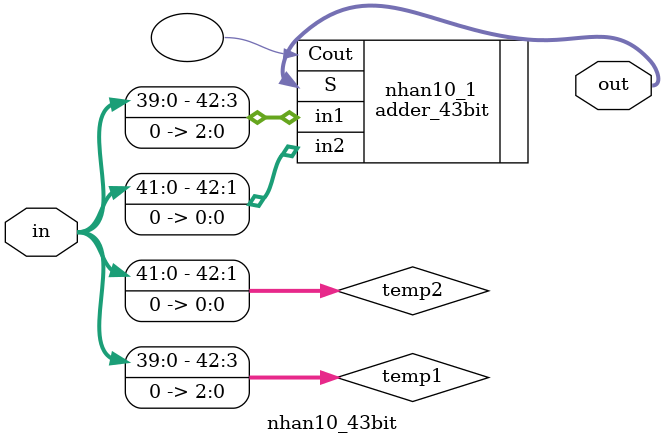
<source format=v>
module nhan10_28bit(in,out);

input 	[27:0]	in;
output	[27:0]	out;

wire	[27:0]	temp1,temp2;

assign temp1 = {in[24:0],3'b0};
assign temp2 = {in[26:0],1'b0};

adder_28bit nhan10_1(.in1(temp1), .in2(temp2), .S(out), .Cout());

endmodule

//////////////////////////////////////////////////////////////////////////////////	

module nhan10_43bit(in,out);

input 	[42:0]	in;
output	[42:0]	out;

wire	[42:0]	temp1,temp2;

assign temp1 = {in[39:0],3'b0};
assign temp2 = {in[41:0],1'b0};

adder_43bit nhan10_1(.in1(temp1), .in2(temp2), .S(out), .Cout());

endmodule


</source>
